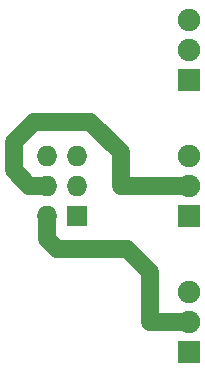
<source format=gbr>
G04 #@! TF.FileFunction,Copper,L2,Bot,Signal*
%FSLAX46Y46*%
G04 Gerber Fmt 4.6, Leading zero omitted, Abs format (unit mm)*
G04 Created by KiCad (PCBNEW 4.0.4-stable) date 01/15/17 13:56:54*
%MOMM*%
%LPD*%
G01*
G04 APERTURE LIST*
%ADD10C,0.100000*%
%ADD11C,1.900000*%
%ADD12R,1.900000X1.900000*%
%ADD13R,1.727200X1.727200*%
%ADD14O,1.727200X1.727200*%
%ADD15C,1.500000*%
G04 APERTURE END LIST*
D10*
D11*
X253250000Y-129000000D03*
X253250000Y-126460000D03*
D12*
X253250000Y-131540000D03*
D13*
X243750000Y-143000000D03*
D14*
X241210000Y-143000000D03*
X243750000Y-140460000D03*
X241210000Y-140460000D03*
X243750000Y-137920000D03*
X241210000Y-137920000D03*
D11*
X253250000Y-140500000D03*
X253250000Y-137960000D03*
D12*
X253250000Y-143040000D03*
D11*
X253250000Y-152000000D03*
X253250000Y-149460000D03*
D12*
X253250000Y-154540000D03*
D15*
X241210000Y-143000000D02*
X241210000Y-144960000D01*
X249950000Y-152000000D02*
X253250000Y-152000000D01*
X249900000Y-151950000D02*
X249950000Y-152000000D01*
X249900000Y-147750000D02*
X249900000Y-151950000D01*
X247975000Y-145825000D02*
X249900000Y-147750000D01*
X242075000Y-145825000D02*
X247975000Y-145825000D01*
X241210000Y-144960000D02*
X242075000Y-145825000D01*
X241210000Y-140460000D02*
X239710000Y-140460000D01*
X239710000Y-140460000D02*
X238400000Y-139150000D01*
X238400000Y-139150000D02*
X238400000Y-136750000D01*
X238400000Y-136750000D02*
X240100000Y-135050000D01*
X240100000Y-135050000D02*
X244875000Y-135050000D01*
X244875000Y-135050000D02*
X247475000Y-137650000D01*
X247475000Y-137650000D02*
X247475000Y-140500000D01*
X247475000Y-140500000D02*
X253250000Y-140500000D01*
M02*

</source>
